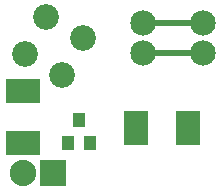
<source format=gts>
G04 MADE WITH FRITZING*
G04 WWW.FRITZING.ORG*
G04 DOUBLE SIDED*
G04 HOLES PLATED*
G04 CONTOUR ON CENTER OF CONTOUR VECTOR*
%ASAXBY*%
%FSLAX23Y23*%
%MOIN*%
%OFA0B0*%
%SFA1.0B1.0*%
%ADD10C,0.086000*%
%ADD11C,0.084803*%
%ADD12C,0.088000*%
%ADD13R,0.041496X0.045433*%
%ADD14R,0.116299X0.080866*%
%ADD15R,0.080866X0.116299*%
%ADD16R,0.088000X0.088000*%
%ADD17C,0.020000*%
%LNMASK1*%
G90*
G70*
G54D10*
X395Y403D03*
X341Y596D03*
X271Y472D03*
X464Y526D03*
X395Y403D03*
X341Y596D03*
X271Y472D03*
X464Y526D03*
G54D11*
X664Y476D03*
X864Y476D03*
X864Y576D03*
X664Y576D03*
X664Y476D03*
X864Y476D03*
X864Y576D03*
X664Y576D03*
X664Y476D03*
X864Y476D03*
X864Y576D03*
X664Y576D03*
G54D12*
X364Y76D03*
X264Y76D03*
X364Y76D03*
X264Y76D03*
G54D13*
X414Y176D03*
X489Y176D03*
X451Y255D03*
G54D14*
X264Y350D03*
X264Y176D03*
G54D15*
X641Y226D03*
X814Y226D03*
G54D16*
X364Y76D03*
X364Y76D03*
G54D17*
X664Y476D02*
X864Y476D01*
D02*
X664Y576D02*
X864Y576D01*
G04 End of Mask1*
M02*
</source>
